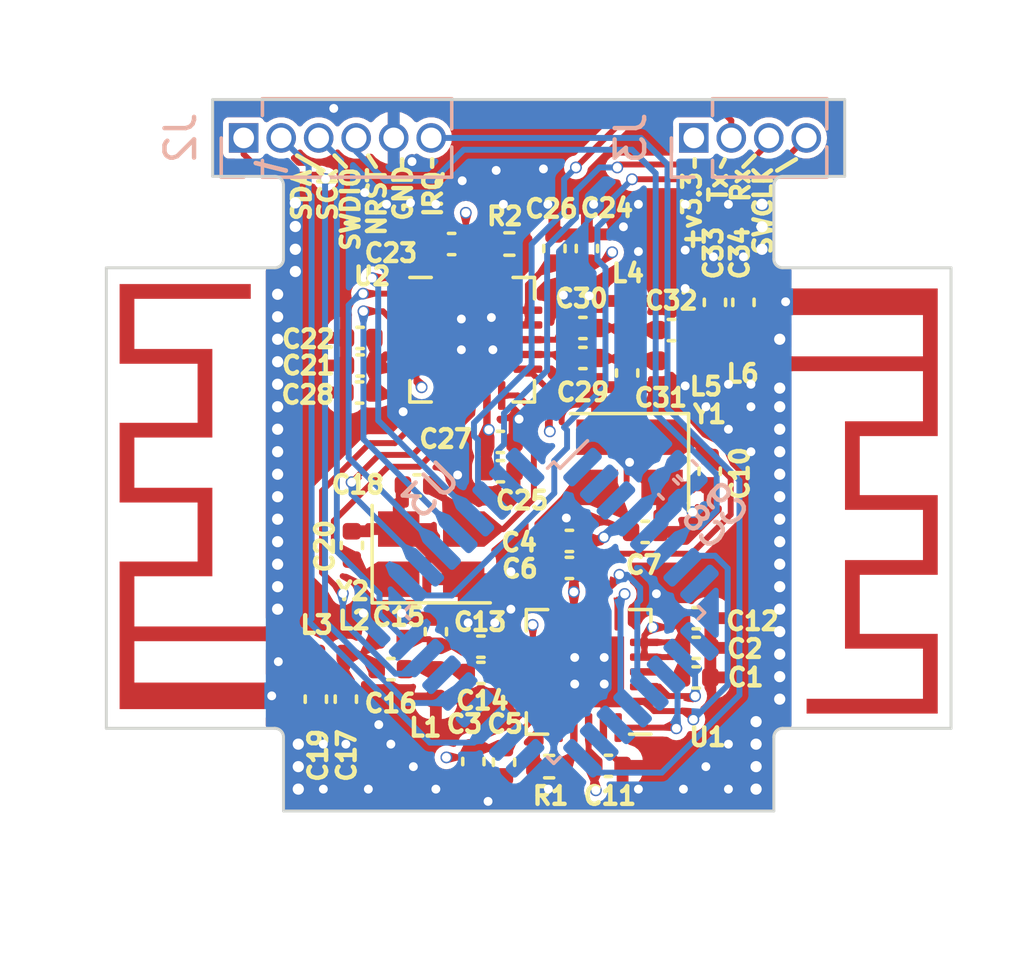
<source format=kicad_pcb>
(kicad_pcb (version 20221018) (generator pcbnew)
  (layers (0 "F.Cu" signal) (1 "In1.Cu" power) (2 "In2.Cu" mixed) (31 "B.Cu" signal) (34 "B.Paste" user) (35 "F.Paste" user) (36 "B.SilkS" user "B.Silkscreen") (37 "F.SilkS" user "F.Silkscreen") (38 "B.Mask" user) (39 "F.Mask" user) (44 "Edge.Cuts" user))
  (net 0 "")
  (net 1 "GND")
  (net 2 "Net-(AE1-A)")
  (net 3 "Net-(AE2-A)")
  (net 4 "Net-(C13-Pad1)")
  (net 5 "Net-(U1-XOSC_Q2)")
  (net 6 "Net-(C14-Pad1)")
  (net 7 "Net-(U1-XOSC_Q1)")
  (net 8 "Net-(C16-Pad2)")
  (net 9 "Net-(U1-RF_P)")
  (net 10 "Net-(U1-RF_N)")
  (net 11 "Net-(C29-Pad1)")
  (net 12 "Net-(U2-XOSC_Q2)")
  (net 13 "Net-(C30-Pad1)")
  (net 14 "Net-(U2-XOSC_Q1)")
  (net 15 "Net-(C32-Pad2)")
  (net 16 "SPI2_MOSI")
  (net 17 "SPI2_NSS")
  (net 18 "Net-(U2-RF_P)")
  (net 19 "VDD")
  (net 20 "NRST")
  (net 21 "SPI2_SCK")
  (net 22 "USART2_TX")
  (net 23 "USART2_RX")
  (net 24 "Net-(U2-RF_N)")
  (net 25 "SPI1_SCK")
  (net 26 "SPI1_MISO")
  (net 27 "SRR_IRQ")
  (net 28 "SPI1_NSS")
  (net 29 "I2C2_SCL")
  (net 30 "I2C2_SDA")
  (net 31 "SYS_SWDIO")
  (net 32 "Net-(U1-RBIAS)")
  (net 33 "SYS_SWCLK")
  (net 34 "SPI2_MISO")
  (net 35 "Net-(U2-RBIAS)")
  (net 37 "SPI1_MOSI")
  (net 38 "GD0_INT_2")
  (net 39 "GD0_INT_1")
  (footprint "Capacitor_SMD:C_0402_1005Metric" (layer "F.Cu") (at 123.4655 98.15 90)
    (fp_text reference "C5")
    (fp_text value "100nF")
  )
  (footprint "Capacitor_SMD:C_0402_1005Metric" (layer "F.Cu") (at 125.6792 91.567)
    (fp_text reference "C6")
    (fp_text value "100nF")
  )
  (footprint "Capacitor_SMD:C_0402_1005Metric" (layer "F.Cu") (at 128.2446 90.3478 180)
    (fp_text reference "C7")
    (fp_text value "15pF")
  )
  (footprint "Capacitor_SMD:C_0402_1005Metric" (layer "F.Cu") (at 129.1336 83.5098)
    (fp_text reference "C32")
    (fp_text value "1pF")
  )
  (footprint "Inductor_SMD:L_0402_1005Metric" (layer "F.Cu") (at 131.108 83.9978 180)
    (fp_text reference "L6")
    (fp_text value "1.2nH")
  )
  (footprint "Capacitor_SMD:C_0402_1005Metric" (layer "F.Cu") (at 127.635 84.963 90)
    (fp_text reference "C31")
    (fp_text value "1pF")
  )
  (footprint "Inductor_SMD:L_0402_1005Metric" (layer "F.Cu") (at 129.1336 84.5512 180)
    (fp_text reference "L5")
    (fp_text value "1.2nH")
  )
  (footprint "Capacitor_SMD:C_0402_1005Metric" (layer "F.Cu") (at 120.523 88.773)
    (fp_text reference "C18")
    (fp_text value "15pF")
  )
  (footprint "Capacitor_SMD:C_0402_1005Metric" (layer "F.Cu") (at 121.158 93.726 -90)
    (fp_text reference "C15")
    (fp_text value "1pF")
  )
  (footprint "RF_Antenna:Texas_SWRA117D_2.4GHz_Right" (layer "F.Cu") (at 133 84.65 -90)
    (fp_text reference "AE2" hide)
    (fp_text value "Antenna_Shield")
  )
  (footprint "Package_DFN_QFN:Texas_S-PVQFN-N20_EP2.4x2.4mm" (layer "F.Cu") (at 122.3868 83.8358)
    (fp_text reference "U2")
    (fp_text value "CC2500")
  )
  (footprint "Capacitor_SMD:C_0402_1005Metric" (layer "F.Cu") (at 130.6068 82.57 -90)
    (fp_text reference "C33")
    (fp_text value "1.8pF")
  )
  (footprint "Capacitor_SMD:C_0402_1005Metric" (layer "F.Cu") (at 129.9718 94.2754 180)
    (fp_text reference "C2")
    (fp_text value "47pF")
  )
  (footprint "Capacitor_SMD:C_0402_1005Metric" (layer "F.Cu") (at 118.575 85.625)
    (fp_text reference "C28")
    (fp_text value "220pF")
  )
  (footprint "Capacitor_SMD:C_0402_1005Metric" (layer "F.Cu") (at 122.682 95.123)
    (fp_text reference "C14")
    (fp_text value "100pF")
  )
  (footprint "Package_DFN_QFN:Texas_S-PVQFN-N20_EP2.4x2.4mm" (layer "F.Cu") (at 126.33 95.088 180)
    (fp_text reference "U1")
    (fp_text value "CC2500")
  )
  (footprint "Inductor_SMD:L_0402_1005Metric" (layer "F.Cu") (at 119.634 93.98)
    (fp_text reference "L2")
    (fp_text value "1.2nH")
  )
  (footprint "Capacitor_SMD:C_0402_1005Metric" (layer "F.Cu") (at 118.5926 84.709)
    (fp_text reference "C21")
    (fp_text value "0.1uF")
  )
  (footprint "Capacitor_SMD:C_0402_1005Metric" (layer "F.Cu") (at 126.2712 80.7466 -90)
    (fp_text reference "C24")
    (fp_text value "220pF")
  )
  (footprint "Capacitor_SMD:C_0402_1005Metric" (layer "F.Cu") (at 123.3424 88.2904 180)
    (fp_text reference "C25")
    (fp_text value "220pF")
  )
  (footprint "Capacitor_SMD:C_0402_1005Metric" (layer "F.Cu") (at 118.3132 90.805 -90)
    (fp_text reference "C20")
    (fp_text value "15pF")
  )
  (footprint "Capacitor_SMD:C_0402_1005Metric" (layer "F.Cu") (at 117.094 96.012 90)
    (fp_text reference "C19")
    (fp_text value "1.5pF")
  )
  (footprint "Capacitor_SMD:C_0402_1005Metric" (layer "F.Cu") (at 129.9718 95.2754 180)
    (fp_text reference "C1")
    (fp_text value "100nF")
  )
  (footprint "Capacitor_SMD:C_0402_1005Metric" (layer "F.Cu") (at 129.9718 93.2688 180)
    (fp_text reference "C12")
    (fp_text value "220pF")
  )
  (footprint "Capacitor_SMD:C_0402_1005Metric" (layer "F.Cu") (at 127 98.2726 180)
    (fp_text reference "C11")
    (fp_text value "220pF")
  )
  (footprint "Capacitor_SMD:C_0402_1005Metric" (layer "F.Cu") (at 123.3424 87.2998 180)
    (fp_text reference "C27")
    (fp_text value "0.1uF")
  )
  (footprint "Capacitor_SMD:C_0402_1005Metric" (layer "F.Cu") (at 122.428 98.125 90)
    (fp_text reference "C3")
    (fp_text value "220pF")
  )
  (footprint "Capacitor_SMD:C_0402_1005Metric" (layer "F.Cu") (at 130.429 88.2904 90)
    (fp_text reference "C10")
    (fp_text value "15pF")
  )
  (footprint "Capacitor_SMD:C_0402_1005Metric" (layer "F.Cu") (at 126.1364 84.455 180)
    (fp_text reference "C29")
    (fp_text value "100pF")
  )
  (footprint "Capacitor_SMD:C_0402_1005Metric" (layer "F.Cu") (at 125.6792 90.6526)
    (fp_text reference "C4")
    (fp_text value "220pF")
  )
  (footprint "Capacitor_SMD:C_0402_1005Metric" (layer "F.Cu") (at 119.634 94.996 180)
    (fp_text reference "C16")
    (fp_text value "1pF")
  )
  (footprint "Inductor_SMD:L_0402_1005Metric" (layer "F.Cu") (at 127.635 83.0072 90)
    (fp_text reference "L4")
    (fp_text value "1.2nH")
  )
  (footprint "Capacitor_SMD:C_0402_1005Metric" (layer "F.Cu") (at 126.1364 83.439 180)
    (fp_text reference "C30")
    (fp_text value "100pF")
  )
  (footprint "Capacitor_SMD:C_0402_1005Metric" (layer "F.Cu") (at 122.682 94.234)
    (fp_text reference "C13")
    (fp_text value "100pF")
  )
  (footprint "Crystal:Crystal_SMD_3225-4Pin_3.2x2.5mm" (layer "F.Cu") (at 127.71625 87.988154 180)
    (fp_text reference "Y1")
    (fp_text value "Crystal_GND24 Cload=10pF 26MHz")
  )
  (footprint "Capacitor_SMD:C_0402_1005Metric" (layer "F.Cu") (at 121.6914 80.5942)
    (fp_text reference "C23")
    (fp_text value "220pF")
  )
  (footprint "Resistor_SMD:R_0402_1005Metric" (layer "F.Cu") (at 123.6472 80.5942)
    (fp_text reference "R2")
    (fp_text value "56K 1%")
  )
  (footprint "Crystal:Crystal_SMD_3225-4Pin_3.2x2.5mm" (layer "F.Cu") (at 121 91.1)
    (fp_text reference "Y2")
    (fp_text value "Crystal_GND24 Cload=10pF 26MHz")
  )
  (footprint "Capacitor_SMD:C_0402_1005Metric" (layer "F.Cu") (at 125.1712 80.7466 -90)
    (fp_text reference "C26")
    (fp_text value "0.1uF")
  )
  (footprint "RF_Antenna:Texas_SWRA117D_2.4GHz_Right" (layer "F.Cu") (at 115.6 93.8 90)
    (fp_text reference "AE1" hide)
    (fp_text value "Antenna_Shield")
  )
  (footprint "Inductor_SMD:L_0402_1005Metric" (layer "F.Cu") (at 121.158 95.504 -90)
    (fp_text reference "L1")
    (fp_text value "1.2nH")
  )
  (footprint "Capacitor_SMD:C_0402_1005Metric" (layer "F.Cu") (at 118.11 96.012 90)
    (fp_text reference "C17")
    (fp_text value "1.8pF")
  )
  (footprint "Inductor_SMD:L_0402_1005Metric" (layer "F.Cu") (at 117.602 94.488)
    (fp_text reference "L3")
    (fp_text value "1.2nH")
  )
  (footprint "Capacitor_SMD:C_0402_1005Metric" (layer "F.Cu") (at 131.572 82.57 -90)
    (fp_text reference "C34")
    (fp_text value "1.5pF")
  )
  (footprint "Capacitor_SMD:C_0402_1005Metric" (layer "F.Cu") (at 118.5926 83.775)
    (fp_text reference "C22")
    (fp_text value "47pF")
  )
  (footprint "Resistor_SMD:R_0402_1005Metric" (layer "F.Cu") (at 124.9934 98.298 180)
    (fp_text reference "R1")
    (fp_text value "56K 1%")
  )
  (footprint "Capacitor_SMD:C_0402_1005Metric" (layer "B.Cu") (at 129.667 88.265 135)
    (fp_text reference "C9")
    (fp_text value "4.7nF")
  )
  (footprint "Connector_PinSocket_1.27mm:PinSocket_1x04_P1.27mm_Vertical" (layer "B.Cu") (at 129.89 77 -90)
    (fp_text reference "J3")
    (fp_text value "Conn_01x04")
  )
  (footprint "Package_QFP:LQFP-32_7x7mm_P0.8mm" (layer "B.Cu") (at 125.150357 93.081699 -135)
    (fp_text reference "U3")
    (fp_text value "STM32G071KxT")
  )
  (footprint "Capacitor_SMD:C_0402_1005Metric" (layer "B.Cu") (at 129.032 88.9 135)
    (fp_text reference "C8")
    (fp_text value "100nF")
  )
  (footprint "Connector_PinSocket_1.27mm:PinSocket_1x06_P1.27mm_Vertical" (layer "B.Cu") (at 114.65 77 -90)
    (fp_text reference "J2")
    (fp_text value "Conn_01x06")
  )
  (gr_line (start 116.078 78.105) (end 115.062 77.851) (stroke (width 0.15)) (layer "B.SilkS"))
  (gr_line (start 115.062 77.851) (end 116.078 78.105) (stroke (width 0.15)) (layer "F.SilkS"))
  (gr_line (start 130.937 77.724) (end 130.81 77.978) (stroke (width 0.15)) (layer "F.SilkS"))
  (gr_line (start 116.459 77.597) (end 117.348 78.105) (stroke (width 0.15)) (layer "F.SilkS"))
  (gr_line (start 129.921 77.724) (end 129.921 77.978) (stroke (width 0.15)) (layer "F.SilkS"))
  (gr_line (start 118.872 77.597) (end 119.126 77.978) (stroke (width 0.15)) (layer "F.SilkS"))
  (gr_line (start 117.729 77.597) (end 118.11 77.978) (stroke (width 0.15)) (layer "F.SilkS"))
  (gr_line (start 120.015 77.724) (end 120.015 77.978) (stroke (width 0.15)) (layer "F.SilkS"))
  (gr_line (start 121.031 77.724) (end 121.031 77.978) (stroke (width 0.15)) (layer "F.SilkS"))
  (gr_line (start 131.953 77.597) (end 131.572 77.978) (stroke (width 0.15)) (layer "F.SilkS"))
  (gr_line (start 133.35 77.724) (end 132.715 78.105) (stroke (width 0.15)) (layer "F.SilkS"))
  (gr_line (start 132.6 99.8) (end 132.6 97.3) (stroke (width 0.1)) (layer "Edge.Cuts"))
  (gr_line (start 138.6 81.4) (end 132.9 81.4) (stroke (width 0.1)) (layer "Edge.Cuts"))
  (gr_line (start 116 99.8) (end 132.6 99.8) (stroke (width 0.1)) (layer "Edge.Cuts"))
  (gr_arc (start 132.6 78.6) (mid 132.687868 78.387868) (end 132.9 78.3) (stroke (width 0.1)) (layer "Edge.Cuts"))
  (gr_line (start 132.9 97) (end 138.6 97) (stroke (width 0.1)) (layer "Edge.Cuts"))
  (gr_line (start 138.6 97) (end 138.6 81.4) (stroke (width 0.1)) (layer "Edge.Cuts"))
  (gr_line (start 132.6 81.1) (end 132.6 78.6) (stroke (width 0.1)) (layer "Edge.Cuts"))
  (gr_arc (start 115.7 78.3) (mid 115.912132 78.387868) (end 116 78.6) (stroke (width 0.1)) (layer "Edge.Cuts"))
  (gr_line (start 110 97) (end 115.7 97) (stroke (width 0.1)) (layer "Edge.Cuts"))
  (gr_line (start 132.9 78.3) (end 135 78.3) (stroke (width 0.1)) (layer "Edge.Cuts"))
  (gr_arc (start 115.7 97) (mid 115.912132 97.087868) (end 116 97.3) (stroke (width 0.1)) (layer "Edge.Cuts"))
  (gr_line (start 135 75.7) (end 113.6 75.7) (stroke (width 0.1)) (layer "Edge.Cuts"))
  (gr_arc (start 132.6 97.3) (mid 132.687868 97.087868) (end 132.9 97) (stroke (width 0.1)) (layer "Edge.Cuts"))
  (gr_line (start 135 78.3) (end 135 75.7) (stroke (width 0.1)) (layer "Edge.Cuts"))
  (gr_line (start 116 78.6) (end 116 81.1) (stroke (width 0.1)) (layer "Edge.Cuts"))
  (gr_line (start 115.7 78.3) (end 113.6 78.3) (stroke (width 0.1)) (layer "Edge.Cuts"))
  (gr_arc (start 116 81.1) (mid 115.912132 81.312132) (end 115.7 81.4) (stroke (width 0.1)) (layer "Edge.Cuts"))
  (gr_arc (start 132.9 81.4) (mid 132.687868 81.312132) (end 132.6 81.1) (stroke (width 0.1)) (layer "Edge.Cuts"))
  (gr_line (start 116 97.3) (end 116 99.8) (stroke (width 0.1)) (layer "Edge.Cuts"))
  (gr_line (start 110 81.4) (end 110 97) (stroke (width 0.1)) (layer "Edge.Cuts"))
  (gr_line (start 113.6 78.3) (end 113.6 75.7) (stroke (width 0.1)) (layer "Edge.Cuts"))
  (gr_line (start 115.7 81.4) (end 110 81.4) (stroke (width 0.1)) (layer "Edge.Cuts"))
  (gr_text "Rx" (at 131.826 79.248 90) (layer "F.SilkS") (effects (font (size 0.6 0.6) (thickness 0.15) bold) (justify left bottom)))
  (gr_text "Tx" (at 131.064 79.248 90) (layer "F.SilkS") (effects (font (size 0.6 0.6) (thickness 0.15) bold) (justify left bottom)))
  (gr_text "SWCLK" (at 132.588 81.026 90) (layer "F.SilkS") (effects (font (size 0.6 0.6) (thickness 0.15) bold) (justify left bottom)))
  (gr_text "GND" (at 120.396 79.883 90) (layer "F.SilkS") (effects (font (size 0.6 0.6) (thickness 0.15) bold) (justify left bottom)))
  (gr_text "+v3.3" (at 130.175 80.899 90) (layer "F.SilkS") (effects (font (size 0.6 0.6) (thickness 0.15) bold) (justify left bottom)))
  (gr_text "NRST" (at 119.507 80.391 90) (layer "F.SilkS") (effects (font (size 0.6 0.6) (thickness 0.15) bold) (justify left bottom)))
  (gr_text "IRQ" (at 121.412 79.756 90) (layer "F.SilkS") (effects (font (size 0.6 0.6) (thickness 0.15) bold) (justify left bottom)))
  (gr_text "SDA" (at 116.967 79.883 90) (layer "F.SilkS") (effects (font (size 0.6 0.6) (thickness 0.15) bold) (justify left bottom)))
  (gr_text "SCK" (at 117.856 79.883 90) (layer "F.SilkS") (effects (font (size 0.6 0.6) (thickness 0.15) bold) (justify left bottom)))
  (gr_text "SWDIO" (at 118.618 80.899 90) (layer "F.SilkS") (effects (font (size 0.6 0.6) (thickness 0.15) bold) (justify left bottom)))
  (segment (start 119.9 88.916) (end 120.043 88.773) (width 0.2) (layer "F.Cu") (net 1))
  (segment (start 123.3868 81.3646) (end 124.1572 80.5942) (width 0.2) (layer "F.Cu") (net 1))
  (segment (start 128.81625 90.25615) (end 128.7246 90.3478) (width 0.25) (layer "F.Cu") (net 1))
  (segment (start 125.1992 90.2508) (end 125.1992 90.6526) (width 0.2) (layer "F.Cu") (net 1))
  (segment (start 128.81625 88.838154) (end 128.81625 90.25615) (width 0.25) (layer "F.Cu") (net 1))
  (segment (start 121.8868 81.2696) (end 121.2114 80.5942) (width 0.2) (layer "F.Cu") (net 1))
  (segment (start 120.15 90.25) (end 119.9 90.25) (width 0.25) (layer "F.Cu") (net 1))
  (segment (start 128.41625 88.71625) (end 128.41625 88.838154) (width 0.4) (layer "F.Cu") (net 1))
  (segment (start 123.8224 87.2998) (end 123.8224 88.2904) (width 0.2) (layer "F.Cu") (net 1))
  (segment (start 126.61625 87.138154) (end 126.71625 87.138154) (width 0.25) (layer "F.Cu") (net 1))
  (segment (start 126.71625 87.138154) (end 126.838154 87.138154) (width 0.4) (layer "F.Cu") (net 1))
  (segment (start 128.41625 88.838154) (end 128.81625 88.838154) (width 0.25) (layer "F.Cu") (net 1))
  (segment (start 123.8224 86.677602) (end 123.975002 86.525) (width 0.2) (layer "F.Cu") (net 1))
  (segment (start 121.8868 81.9483) (end 121.8868 81.2696) (width 0.2) (layer "F.Cu") (net 1))
  (segment (start 126.83 97.6226) (end 126.83 96.9755) (width 0.2) (layer "F.Cu") (net 1))
  (segment (start 119.825 90.325) (end 119.9 90.25) (width 0.2) (layer "F.Cu") (net 1))
  (segment (start 127.48 98.2726) (end 126.83 97.6226) (width 0.2) (layer "F.Cu") (net 1))
  (segment (start 122.3776 88.9004) (end 121.8946 88.4174) (width 0.2) (layer "F.Cu") (net 1))
  (segment (start 123.4405 98.605) (end 123.4655 98.63) (width 0.2) (layer "F.Cu") (net 1))
  (segment (start 123.8224 87.2998) (end 123.8224 86.677602) (width 0.2) (layer "F.Cu") (net 1))
  (segment (start 121.85 91.95) (end 120.15 90.25) (width 0.4) (layer "F.Cu") (net 1))
  (segment (start 118.3132 90.325) (end 119.825 90.325) (width 0.2) (layer "F.Cu") (net 1))
  (segment (start 125.1992 91.567) (end 125.1992 90.6526) (width 0.2) (layer "F.Cu") (net 1))
  (segment (start 123.3868 81.9483) (end 123.3868 82.8358) (width 0.25) (layer "F.Cu") (net 1))
  (segment (start 119.9 90.25) (end 119.9 88.916) (width 0.2) (layer "F.Cu") (net 1))
  (segment (start 125.575 89.875) (end 125.1992 90.2508) (width 0.2) (layer "F.Cu") (net 1))
  (segment (start 125.33 96.9755) (end 125.33 96.028596) (width 0.2) (layer "F.Cu") (net 1))
  (segment (start 123.2124 88.9004) (end 122.3776 88.9004) (width 0.2) (layer "F.Cu") (net 1))
  (segment (start 123.8224 88.2904) (end 123.2124 88.9004) (width 0.2) (layer "F.Cu") (net 1))
  (segment (start 122.1 91.95) (end 121.85 91.95) (width 0.25) (layer "F.Cu") (net 1))
  (segment (start 126.83 95.528596) (end 126.85875 95.499846) (width 0.2) (layer "F.Cu") (net 1))
  (segment (start 123.3868 81.9483) (end 123.3868 81.3646) (width 0.2) (layer "F.Cu") (net 1))
  (segment (start 125.33 96.028596) (end 125.85875 95.499846) (width 0.2) (layer "F.Cu") (net 1))
  (segment (start 122.428 98.605) (end 123.4405 98.605) (width 0.2) (layer "F.Cu") (net 1))
  (segment (start 126.83 96.9755) (end 126.83 95.528596) (width 0.2) (layer "F.Cu") (net 1))
  (segment (start 126.838154 87.138154) (end 128.41625 88.71625) (width 0.4) (layer "F.Cu") (net 1))
  (via (at 115.8 83.82) (size 0.5) (drill 0.38) (layers "F.Cu" "B.Cu") (net 1))
  (via (at 132.2 80.772) (size 0.5) (drill 0.38) (layers "F.Cu" "B.Cu") (net 1))
  (via (at 129.6 85.4) (size 0.5) (drill 0.3) (layers "F.Cu" "B.Cu") (net 1))
  (via (at 122.0216 83.1342) (size 0.5) (drill 0.3) (layers "F.Cu" "B.Cu") (net 1))
  (via (at 122.25 93.425) (size 0.5) (drill 0.3) (layers "F.Cu" "B.Cu") (net 1))
  (via (at 129.54 99.06) (size 0.5) (drill 0.3) (layers "F.Cu" "B.Cu") (net 1))
  (via (at 132 98.298) (size 0.5) (drill 0.38) (layers "F.Cu" "B.Cu") (net 1))
  (via (at 125.85875 95.499846) (size 0.5) (drill 0.3) (layers "F.Cu" "B.Cu") (net 1))
  (via (at 115.8 88.392) (size 0.5) (drill 0.38) (layers "F.Cu" "B.Cu") (net 1))
  (via (at 131.572 81.026) (size 0.5) (drill 0.3) (layers "F.Cu" "B.Cu") (net 1))
  (via (at 132.2 79.248) (size 0.5) (drill 0.38) (layers "F.Cu" "B.Cu") (net 1))
  (via (at 115.8 87.63) (size 0.5) (drill 0.38) (layers "F.Cu" "B.Cu") (net 1))
  (via (at 120.396 98.298) (size 0.5) (drill 0.3) (layers "F.Cu" "B.Cu") (net 1))
  (via (at 129.6 80.8) (size 0.5) (drill 0.3) (layers "F.Cu" "B.Cu") (net 1))
  (via (at 121.158 99.06) (size 0.5) (drill 0.3) (layers "F.Cu" "B.Cu") (net 1))
  (via (at 115.8 84.582) (size 0.5) (drill 0.38) (layers "F.Cu" "B.Cu") (net 1))
  (via (at 132.8 86.106) (size 0.5) (drill 0.38) (layers "F.Cu" "B.Cu") (net 1))
  (via (at 115.8 83.058) (size 0.5) (drill 0.38) (layers "F.Cu" "B.Cu") (net 1))
  (via (at 121.8946 88.4174) (size 0.4) (drill 0.3) (layers "F.Cu" "B.Cu") (net 1))
  (via (at 132.8 88.392) (size 0.5) (drill 0.38) (layers "F.Cu" "B.Cu") (net 1))
  (via (at 128.625 92.44201) (size 0.5) (drill 0.3) (layers "F.Cu" "B.Cu") (net 1))
  (via (at 124.968 99.06) (size 0.5) (drill 0.3) (layers "F.Cu" "B.Cu") (net 1))
  (via (at 116.5 97.536) (size 0.5) (drill 0.38) (layers "F.Cu" "B.Cu") (net 1))
  (via (at 116.4 80.772) (size 0.5) (drill 0.38) (layers "F.Cu" "B.Cu") (net 1))
  (via (at 115.8 85.344) (size 0.5) (drill 0.38) (layers "F.Cu" "B.Cu") (net 1))
  (via (at 118.75 78.85) (size 0.5) (drill 0.3) (layers "F.Cu" "B.Cu") (net 1))
  (via (at 115.8 89.916) (size 0.5) (drill 0.38) (layers "F.Cu" "B.Cu") (net 1))
  (via (at 131.826 86.106) (size 0.5) (drill 0.3) (layers "F.Cu" "B.Cu") (net 1))
  (via (at 120.35 77.8) (size 0.5) (drill 0.3) (layers "F.Cu" "B.Cu") (net 1))
  (via (at 115.8 92.964) (size 0.5) (drill 0.38) (layers "F.Cu" "B.Cu") (net 1))
  (via (at 123.0884 84.1756) (size 0.5) (drill 0.3) (layers "F.Cu" "B.Cu") (net 1))
  (via (at 131.064 85.344) (size 0.5) (drill 0.3) (layers "F.Cu" "B.Cu") (net 1))
  (via (at 118.7 93.1) (size 0.5) (drill 0.3) (layers "F.Cu" "B.Cu") (net 1))
  (via (at 130.556 81.026) (size 0.5) (drill 0.3) (layers "F.Cu" "B.Cu") (net 1))
  (via (at 132.8 95.25) (size 0.5) (drill 0.38) (layers "F.Cu" "B.Cu") (net 1))
  (via (at 117.7 76) (size 0.5) (drill 0.3) (layers "F.Cu" "B.Cu") (net 1))
  (via (at 130.302 86.106) (size 0.5) (drill 0.3) (layers "F.Cu" "B.Cu") (net 1))
  (via (at 132 97.536) (size 0.5) (drill 0.38) (layers "F.Cu" "B.Cu") (net 1))
  (via (at 116.4 80) (size 0.5) (drill 0.38) (layers "F.Cu" "B.Cu") (net 1))
  (via (at 115.8 86.106) (size 0.5) (drill 0.38) (layers "F.Cu" "B.Cu") (net 1))
  (via (at 123.698 92.964) (size 0.5) (drill 0.3) (layers "F.Cu" "B.Cu") (net 1))
  (via (at 123.15 93.425) (size 0.5) (drill 0.3) (layers "F.Cu" "B.Cu") (net 1))
  (via (at 132.8 87.63) (size 0.5) (drill 0.38) (layers "F.Cu" "B.Cu") (net 1))
  (via (at 126.85875 95.499846) (size 0.5) (drill 0.3) (layers "F.Cu" "B.Cu") (net 1))
  (via (at 127.71625 87.988154) (size 0.4) (drill 0.3) (layers "F.Cu" "B.Cu") (net 1))
  (via (at 123.698 91.694) (size 0.5) (drill 0.3) (layers "F.Cu" "B.Cu") (net 1))
  (via (at 132.8 89.154) (size 0.5) (drill 0.38) (layers "F.Cu" "B.Cu") (net 1))
  (via (at 115.824 94.742) (size 0.5) (drill 0.3) (layers "F.Cu" "B.Cu") (net 1))
  (via (at 129.6 79.248) (size 0.5) (drill 0.3) (layers "F.Cu" "B.Cu") (net 1))
  (via (at 131.826 85.344) (size 0.5) (drill 0.3) (layers "F.Cu" "B.Cu") (net 1))
  (via (at 118.872 99.06) (size 0.5) (drill 0.3) (layers "F.Cu" "B.Cu") (net 1))
  (via (at 132.8 89.916) (size 0.5) (drill 0.38) (layers "F.Cu" "B.Cu") (net 1))
  (via (at 116.5 99.06) (size 0.5) (drill 0.38) (layers "F.Cu" "B.Cu") (net 1))
  (via (at 117.348 99.06) (size 0.5) (drill 0.3) (layers "F.Cu" "B.Cu") (net 1))
  (via (at 131.064 99.06) (size 0.5) (drill 0.3) (layers "F.Cu" "B.Cu") (net 1))
  (via (at 129.6 82.1) (size 0.5) (drill 0.3) (layers "F.Cu" "B.Cu") (net 1))
  (via (at 115.8 89.154) (size 0.5) (drill 0.38) (layers "F.Cu" "B.Cu") (net 1))
  (via (at 116.4 81.525) (size 0.5) (drill 0.38) (layers "F.Cu" "B.Cu") (net 1))
  (via (at 126.35 82.35) (size 0.5) (drill 0.3) (layers "F.Cu" "B.Cu") (net 1))
  (via (at 131.064 97.536) (size 0.5) (drill 0.3) (layers "F.Cu" "B.Cu") (net 1))
  (via (at 119.488381 79.248) (size 0.5) (drill 0.3) (layers "F.Cu" "B.Cu") (net 1))
  (via (at 126.5 79.248) (size 0.5) (drill 0.3) (layers "F.Cu" "B.Cu") (net 1))
  (via (at 116.5 98.298) (size 0.5) (drill 0.38) (layers "F.Cu" "B.Cu") (net 1))
  (via (at 120 93.1) (size 0.5) (drill 0.3) (layers "F.Cu" "B.Cu") (net 1))
  (via (at 132.8 90.678) (size 0.5) (drill 0.38) (layers "F.Cu" "B.Cu") (net 1))
  (via (at 118.11 97.536) (size 0.5) (drill 0.3) (layers "F.Cu" "B.Cu") (net 1))
  (via (at 121.158 79.248) (size 0.5) (drill 0.3) (layers "F.Cu" "B.Cu") (net 1))
  (via (at 124.95 79.248) (size 0.5) (drill 0.3) (layers "F.Cu" "B.Cu") (net 1))
  (via (at 131.064 86.868) (size 0.5) (drill 0.3) (layers "F.Cu" "B.Cu") (net 1))
  (via (at 115.8 91.44) (size 0.5) (drill 0.38) (layers "F.Cu" "B.Cu") (net 1))
  (via (at 124.8 78.05) (size 0.5) (drill 0.3) (layers "F.Cu" "B.Cu") (net 1))
  (via (at 115.8 86.868) (size 0.5) (drill 0.38) (layers "F.Cu" "B.Cu") (net 1))
  (via (at 132.8 85.475) (size 0.5) (drill 0.38) (layers "F.Cu" "B.Cu") (net 1))
  (via (at 132.8 86.868) (size 0.5) (drill 0.38) (layers "F.Cu" "B.Cu") (net 1))
  (via (at 132.2 80.01) (size 0.5) (drill 0.38) (layers "F.Cu" "B.Cu") (net 1))
  (via (at 132.8 94.488) (size 0.5) (drill 0.38) (layers "F.Cu" "B.Cu") (net 1))
  (via (at 132 99.06) (size 0.5) (drill 0.38) (layers "F.Cu" "B.Cu") (net 1))
  (via (at 123.975002 86.525) (size 0.4) (drill 0.3) (layers "F.Cu" "B.Cu") (net 1))
  (via (at 119.634 97.536) (size 0.5) (drill 0.3) (layers "F.Cu" "B.Cu") (net 1))
  (via (at 132 96.774) (size 0.5) (drill 0.38) (layers "F.Cu" "B.Cu") (net 1))
  (via (at 122.05 78.45) (size 0.5) (drill 0.3) (layers "F.Cu" "B.Cu") (net 1))
  (via (at 131.826 87.63) (size 0.5) (drill 0.3) (layers "F.Cu" "B.Cu") (net 1))
  (via (at 123.0376 83.0834) (size 0.5) (drill 0.3) (layers "F.Cu" "B.Cu") (net 1))
  (via (at 115.8 90.678) (size 0.5) (drill 0.38) (layers "F.Cu" "B.Cu") (net 1))
  (via (at 122.925 99.475) (size 0.5) (drill 0.3) (layers "F.Cu" "B.Cu") (net 1))
  (via (at 125.575 89.875) (size 0.4) (drill 0.3) (layers "F.Cu" "B.Cu") (net 1))
  (via (at 120.3 79.2) (size 0.5) (drill 0.3) (layers "F.Cu" "B.Cu") (net 1))
  (via (at 132.8 92.202) (size 0.5) (drill 0.38) (layers "F.Cu" "B.Cu") (net 1))
  (via (at 125.85875 94.599846) (size 0.5) (drill 0.3) (layers "F.Cu" "B.Cu") (net 1))
  (via (at 119.225 96.875) (size 0.5) (drill 0.3) (layers "F.Cu" "B.Cu") (net 1))
  (via (at 128.016 80.8482) (size 0.5) (drill 0.3) (layers "F.Cu" "B.Cu") (net 1))
  (via (at 130.3 98.298) (size 0.5) (drill 0.3) (layers "F.Cu" "B.Cu") (net 1))
  (via (at 123.2 78.1) (size 0.5) (drill 0.3) (layers "F.Cu" "B.Cu") (net 1))
  (via (at 120.05 86.275) (size 0.5) (drill 0.3) (layers "F.Cu" "B.Cu") (net 1))
  (via (at 127.508 80.01) (size 0.5) (drill 0.3) (layers "F.Cu" "B.Cu") (net 1))
  (via (at 129.85 89.675) (size 0.4) (drill 0.3) (layers "F.Cu" "B.Cu") (net 1))
  (via (at 132.8 93.726) (size 0.5) (drill 0.38) (layers "F.Cu" "B.Cu") (net 1))
  (via (at 123.444 79.248) (size 0.5) (drill 0.3) (layers "F.Cu" "B.Cu") (net 1))
  (via (at 125.475 82.325) (size 0.5) (drill 0.3) (layers "F.Cu" "B.Cu") (net 1))
  (via (at 122.0216 84.1756) (size 0.5) (drill 0.3) (layers "F.Cu" "B.Cu") (net 1))
  (via (at 126.85875 94.599846) (size 0.5) (drill 0.3) (layers "F.Cu" "B.Cu") (net 1))
  (via (at 132.8 83.82) (size 0.5) (drill 0.38) (layers "F.Cu" "B.Cu") (net 1))
  (via (at 131.064 79.248) (size 0.5) (drill 0.3) (layers "F.Cu" "B.Cu") (net 1))
  (via (at 132.8 96.012) (size 0.5) (drill 0.38) (layers "F.Cu" "B.Cu") (net 1))
  (via (at 115.8 82.296) (size 0.5) (drill 0.38) (layers "F.Cu" "B.Cu") (net 1))
  (via (at 128.016 79.248) (size 0.5) (drill 0.3) (layers "F.Cu" "B.Cu") (net 1))
  (via (at 128.016 99.06) (size 0.5) (drill 0.3) (layers "F.Cu" "B.Cu") (net 1))
  (via (at 117.348 97.536) (size 0.5) (drill 0.3) (layers "F.Cu" "B.Cu") (net 1))
  (via (at 115.8 92.202) (size 0.5) (drill 0.38) (layers "F.Cu" "B.Cu") (net 1))
  (via (at 132.8 91.44) (size 0.5) (drill 0.38) (layers "F.Cu" "B.Cu") (net 1))
  (via (at 116.4 79.2) (size 0.5) (drill 0.38) (layers "F.Cu" "B.Cu") (net 1))
  (via (at 132.8 92.964) (size 0.5) (drill 0.38) (layers "F.Cu" "B.Cu") (net 1))
  (segment (start 129.371411 89.426331) (end 128.385371 90.412371) (width 0.2) (layer "B.Cu") (net 1))
  (segment (start 129.371411 89.239411) (end 129.371411 89.426331) (width 0.2) (layer "B.Cu") (net 1))
  (segment (start 130.006411 88.604411) (end 129.371411 89.239411) (width 0.2) (layer "B.Cu") (net 1))
  (segment (start 129.371411 89.239411) (end 129.807 89.675) (width 0.2) (layer "B.Cu") (net 1))
  (segment (start 129.807 89.675) (end 129.85 89.675) (width 0.2) (layer "B.Cu") (net 1))
  (segment (start 117.117 94.488) (end 117.117 95.509) (width 0.2) (layer "F.Cu") (net 2))
  (segment (start 117.088 94.488) (end 116.692893 94.092893) (width 0.35) (layer "F.Cu") (net 2))
  (segment (start 117.117 95.509) (end 117.094 95.532) (width 0.2) (layer "F.Cu") (net 2))
  (segment (start 115.985786 93.8) (end 115.6 93.8) (width 0.35) (layer "F.Cu") (net 2))
  (segment (start 117.117 94.488) (end 117.094 94.488) (width 0.2) (layer "F.Cu") (net 2))
  (segment (start 117.117 94.488) (end 117.088 94.488) (width 0.37) (layer "F.Cu") (net 2))
  (arc (start 115.985786 93.8) (mid 116.368469 93.87612) (end 116.692893 94.092893) (width 0.35) (layer "F.Cu") (net 2))
  (segment (start 131.572 83.9768) (end 131.593 83.9978) (width 0.2) (layer "F.Cu") (net 3))
  (segment (start 131.572 83.05) (end 131.572 83.9768) (width 0.2) (layer "F.Cu") (net 3))
  (segment (start 131.593 83.9978) (end 131.5974 83.9978) (width 0.2) (layer "F.Cu") (net 3))
  (segment (start 131.5978 83.9978) (end 131.957107 84.357107) (width 0.35) (layer "F.Cu") (net 3))
  (segment (start 132.664214 84.65) (end 133 84.65) (width 0.35) (layer "F.Cu") (net 3))
  (segment (start 131.593 83.9978) (end 131.5978 83.9978) (width 0.37) (layer "F.Cu") (net 3))
  (arc (start 131.957107 84.357107) (mid 132.28153 84.57388) (end 132.664214 84.65) (width 0.35) (layer "F.Cu") (net 3))
  (segment (start 121.158 94.206) (end 122.174 94.206) (width 0.2) (layer "F.Cu") (net 4))
  (segment (start 122.174 94.206) (end 122.202 94.234) (width 0.2) (layer "F.Cu") (net 4))
  (segment (start 120.932 93.98) (end 121.158 94.206) (width 0.2) (layer "F.Cu") (net 4))
  (segment (start 120.119 93.98) (end 120.932 93.98) (width 0.2) (layer "F.Cu") (net 4))
  (segment (start 125.831294 88.838154) (end 124.596 90.073448) (width 0.2) (layer "F.Cu") (net 5))
  (segment (start 127.7646 90.3478) (end 127.7646 89.986504) (width 0.2) (layer "F.Cu") (net 5))
  (segment (start 126.61625 88.838154) (end 125.831294 88.838154) (width 0.2) (layer "F.Cu") (net 5))
  (segment (start 124.596 92.4665) (end 125.33 93.2005) (width 0.2) (layer "F.Cu") (net 5))
  (segment (start 127.7646 89.986504) (end 126.61625 88.838154) (width 0.2) (layer "F.Cu") (net 5))
  (segment (start 124.596 90.073448) (end 124.596 92.4665) (width 0.2) (layer "F.Cu") (net 5))
  (segment (start 121.158 95.019) (end 121.971 95.019) (width 0.2) (layer "F.Cu") (net 6))
  (segment (start 120.114 94.996) (end 121.135 94.996) (width 0.2) (layer "F.Cu") (net 6))
  (segment (start 121.135 94.996) (end 121.158 95.019) (width 0.2) (layer "F.Cu") (net 6))
  (segment (start 121.971 95.019) (end 122.202 95.25) (width 0.2) (layer "F.Cu") (net 6))
  (segment (start 128.81625 87.138154) (end 129.756754 87.138154) (width 0.2) (layer "F.Cu") (net 7))
  (segment (start 131.1402 89.7598) (end 129.8156 91.0844) (width 0.2) (layer "F.Cu") (net 7))
  (segment (start 127.381 91.0844) (end 126.7392 91.7262) (width 0.2) (layer "F.Cu") (net 7))
  (segment (start 130.429 87.8104) (end 131.1402 88.5216) (width 0.2) (layer "F.Cu") (net 7))
  (segment (start 126.7392 91.919254) (end 126.33 92.328454) (width 0.2) (layer "F.Cu") (net 7))
  (segment (start 131.1402 88.5216) (end 131.1402 89.7598) (width 0.2) (layer "F.Cu") (net 7))
  (segment (start 126.7392 91.7262) (end 126.7392 91.919254) (width 0.2) (layer "F.Cu") (net 7))
  (segment (start 129.756754 87.138154) (end 130.429 87.8104) (width 0.2) (layer "F.Cu") (net 7))
  (segment (start 126.33 92.328454) (end 126.33 93.2005) (width 0.2) (layer "F.Cu") (net 7))
  (segment (start 129.8156 91.0844) (end 127.381 91.0844) (width 0.2) (layer "F.Cu") (net 7))
  (segment (start 118.087 94.488) (end 118.646 94.488) (width 0.2) (layer "F.Cu") (net 8))
  (segment (start 118.087 95.509) (end 118.11 95.532) (width 0.2) (layer "F.Cu") (net 8))
  (segment (start 118.087 94.488) (end 118.087 95.509) (width 0.2) (layer "F.Cu") (net 8))
  (segment (start 118.087 94.488) (end 118.641 94.488) (width 0.2) (layer "F.Cu") (net 8))
  (segment (start 118.641 94.488) (end 119.149 93.98) (width 0.2) (layer "F.Cu") (net 8))
  (segment (start 118.646 94.488) (end 119.154 94.996) (width 0.2) (layer "F.Cu") (net 8))
  (segment (start 123.162 94.234) (end 123.205254 94.234) (width 0.2) (layer "F.Cu") (net 9))
  (segment (start 123.205254 94.234) (end 123.560854 94.5896) (width 0.2) (layer "F.Cu") (net 9))
  (segment (start 123.560854 94.5896) (end 124.4409 94.5896) (width 0.2) (layer "F.Cu") (net 9))
  (segment (start 124.4409 94.5896) (end 124.4425 94.588) (width 0.2) (layer "F.Cu") (net 9))
  (segment (start 123.197 95.088) (end 123.162 95.123) (width 0.2) (layer "F.Cu") (net 10))
  (segment (start 124.4425 95.088) (end 123.197 95.088) (width 0.2) (layer "F.Cu") (net 10))
  (segment (start 128.5804 84.483) (end 128.6486 84.5512) (width 0.2) (layer "F.Cu") (net 11))
  (segment (start 127.635 84.483) (end 128.5804 84.483) (width 0.2) (layer "F.Cu") (net 11))
  (segment (start 126.6444 84.483) (end 126.6164 84.455) (width 0.2) (layer "F.Cu") (net 11))
  (segment (start 127.635 84.483) (end 126.6444 84.483) (width 0.2) (layer "F.Cu") (net 11))
  (segment (start 124.475 86.832107) (end 124.475 89.2152) (width 0.2) (layer "F.Cu") (net 12))
  (segment (start 124.55 86.757107) (end 124.475 86.832107) (width 0.2) (layer "F.Cu") (net 12))
  (segment (start 122.1 90.25) (end 122.1 89.87) (width 0.25) (layer "F.Cu") (net 12))
  (segment (start 124.55 86.342893) (end 124.55 86.757107) (width 0.2) (layer "F.Cu") (net 12))
  (segment (start 123.3868 85.7233) (end 123.930407 85.7233) (width 0.2) (layer "F.Cu") (net 12))
  (segment (start 122.1 89.87) (end 121.003 88.773) (width 0.25) (layer "F.Cu") (net 12))
  (segment (start 123.4402 90.25) (end 122.1 90.25) (width 0.2) (layer "F.Cu") (net 12))
  (segment (start 123.930407 85.7233) (end 124.55 86.342893) (width 0.2) (layer "F.Cu") (net 12))
  (segment (start 124.475 89.2152) (end 123.4402 90.25) (width 0.2) (layer "F.Cu") (net 12))
  (segment (start 126.6164 83.439) (end 127.5818 83.439) (width 0.2) (layer "F.Cu") (net 13))
  (segment (start 128.636 83.4922) (end 128.6536 83.5098) (width 0.2) (layer "F.Cu") (net 13))
  (segment (start 127.635 83.4922) (end 128.636 83.4922) (width 0.2) (layer "F.Cu") (net 13))
  (segment (start 127.5818 83.439) (end 127.635 83.4922) (width 0.2) (layer "F.Cu") (net 13))
  (segment (start 118.3132 91.257254) (end 118.3132 91.285) (width 0.2) (layer "F.Cu") (net 14))
  (segment (start 117.7032 89.9718) (end 117.7032 90.647254) (width 0.2) (layer "F.Cu") (net 14))
  (segment (start 119.9 91.95) (end 118.9782 91.95) (width 0.2) (layer "F.Cu") (net 14))
  (segment (start 118.9782 91.95) (end 118.3132 91.285) (width 0.2) (layer "F.Cu") (net 14))
  (segment (start 119.537 88.138) (end 117.7032 89.9718) (width 0.2) (layer "F.Cu") (net 14))
  (segment (start 122.3868 86.349648) (end 120.598448 88.138) (width 0.2) (layer "F.Cu") (net 14))
  (segment (start 117.7032 90.647254) (end 118.3132 91.257254) (width 0.2) (layer "F.Cu") (net 14))
  (segment (start 122.3868 85.7233) (end 122.3868 86.349648) (width 0.2) (layer "F.Cu") (net 14))
  (segment (start 120.598448 88.138) (end 119.537 88.138) (width 0.2) (layer "F.Cu") (net 14))
  (segment (start 130.172 83.9978) (end 130.623 83.9978) (width 0.2) (layer "F.Cu") (net 15))
  (segment (start 129.6136 83.5098) (end 129.6136 83.5126) (width 0.2) (layer "F.Cu") (net 15))
  (segment (start 129.6136 83.5126) (end 130.0988 83.9978) (width 0.2) (layer "F.Cu") (net 15))
  (segment (start 130.623 83.9978) (end 130.623 83.0662) (width 0.2) (layer "F.Cu") (net 15))
  (segment (start 129.6186 84.5512) (end 130.172 83.9978) (width 0.2) (layer "F.Cu") (net 15))
  (segment (start 130.0988 83.9978) (end 130.623 83.9978) (width 0.2) (layer "F.Cu") (net 15))
  (segment (start 130.623 83.0662) (end 130.6068 83.05) (width 0.2) (layer "F.Cu") (net 15))
  (segment (start 129.275498 96.9755) (end 129.300002 97.000004) (width 0.2) (layer "F.Cu") (net 16))
  (segment (start 127.33 96.9755) (end 129.275498 96.9755) (width 0.2) (layer "F.Cu") (net 16))
  (via (at 129.300002 97.000004) (size 0.4) (drill 0.3) (layers "F.Cu" "B.Cu") (net 16))
  (segment (start 129.340701 96.959305) (end 129.300002 97.000004) (width 0.2) (layer "B.Cu") (net 16))
  (segment (start 128.951056 95.185342) (end 129.340701 95.574987) (width 0.2) (layer "B.Cu") (net 16))
  (segment (start 129.340701 95.574987) (end 129.340701 96.959305) (width 0.2) (layer "B.Cu") (net 16))
  (segment (start 126.83 93.2005) (end 126.83 92.394139) (width 0.2) (layer "F.Cu") (net 17))
  (segment (start 126.83 92.394139) (end 127.375 91.849139) (width 0.2) (layer "F.Cu") (net 17))
  (segment (start 127.375 91.849139) (end 127.375 91.8) (width 0.2) (layer "F.Cu") (net 17))
  (via (at 127.375 91.8) (size 0.4) (drill 0.3) (layers "F.Cu" "B.Cu") (net 17))
  (segment (start 127.978123 95.343779) (end 127.978123 92.753984) (width 0.2) (layer "B.Cu") (net 17))
  (segment (start 128.385371 95.751027) (end 127.978123 95.343779) (width 0.2) (layer "B.Cu") (net 17))
  (segment (start 128.075 92.657107) (end 128.075 92.242893) (width 0.2) (layer "B.Cu") (net 17))
  (segment (start 128.075 92.242893) (end 127.632107 91.8) (width 0.2) (layer "B.Cu") (net 17))
  (segment (start 127.978123 92.753984) (end 128.075 92.657107) (width 0.2) (layer "B.Cu") (net 17))
  (segment (start 127.632107 91.8) (end 127.375 91.8) (width 0.2) (layer "B.Cu") (net 17))
  (segment (start 125.5372 84.3358) (end 125.6564 84.455) (width 0.2) (layer "F.Cu") (net 18))
  (segment (start 124.2743 84.3358) (end 125.5372 84.3358) (width 0.2) (layer "F.Cu") (net 18))
  (segment (start 122.8624 86.970715) (end 122.948745 86.88437) (width 0.2) (layer "F.Cu") (net 19))
  (segment (start 125.015174 85.576674) (end 125.015174 86.940446) (width 0.2) (layer "F.Cu") (net 19))
  (segment (start 119.0726 85.709) (end 119.6261 85.709) (width 0.2) (layer "F.Cu") (net 19))
  (segment (start 129.187 93.5736) (end 129.4918 93.2688) (width 0.2) (layer "F.Cu") (net 19))
  (segment (start 122.0878 97.9852) (end 121.5136 97.9852) (width 0.2) (layer "F.Cu") (net 19))
  (segment (start 126.774 81.2266) (end 127.127 80.8736) (width 0.2) (layer "F.Cu") (net 19))
  (segment (start 126.2712 81.2266) (end 126.774 81.2266) (width 0.2) (layer "F.Cu") (net 19))
  (segment (start 124.4425 96.693) (end 123.4655 97.67) (width 0.2) (layer "F.Cu") (net 19))
  (segment (start 122.1714 80.5942) (end 122.1714 79.5354) (width 0.2) (layer "F.Cu") (net 19))
  (segment (start 120.4993 84.8358) (end 119.1994 84.8358) (width 0.2) (layer "F.Cu") (net 19))
  (segment (start 125.83 91.876) (end 125.83 92.3798) (width 0.3) (layer "F.Cu") (net 19))
  (segment (start 122.8868 85.7233) (end 122.8868 87.2754) (width 0.25) (layer "F.Cu") (net 19))
  (segment (start 124.4425 96.088) (end 124.4425 96.693) (width 0.2) (layer "F.Cu") (net 19))
  (segment (start 126.1592 90.6526) (end 126.7224 90.6526) (width 0.3) (layer "F.Cu") (net 19))
  (segment (start 126.012 91.694) (end 125.83 91.876) (width 0.3) (layer "F.Cu") (net 19))
  (segment (start 124.4425 96.088) (end 124.4425 95.588) (width 0.2) (layer "F.Cu") (net 19))
  (segment (start 124.2743 84.8358) (end 125.015174 85.576674) (width 0.2) (layer "F.Cu") (net 19))
  (segment (start 120.4993 84.3358) (end 120.4993 84.8358) (width 0.2) (layer "F.Cu") (net 19))
  (segment (start 122.8624 87.2998) (end 122.8624 86.970715) (width 0.2) (layer "F.Cu") (net 19))
  (segment (start 129.1792 94.588) (end 129.4918 94.2754) (width 0.2) (layer "F.Cu") (net 19))
  (segment (start 122.453 97.67) (end 122.428 97.645) (width 0.2) (layer "F.Cu") (net 19))
  (segment (start 120.4993 84.3358) (end 119.4458 84.3358) (width 0.2) (layer "F.Cu") (net 19))
  (segment (start 120.4993 84.8358) (end 120.4993 85.2695) (width 0.2) (layer "F.Cu") (net 19))
  (segment (start 125.83 93.2005) (end 125.83 92.3798) (width 0.25) (layer "F.Cu") (net 19))
  (segment (start 124.2743 81.9737) (end 124.2743 82.8358) (width 0.2) (layer "F.Cu") (net 19))
  (segment (start 126.52 98.2726) (end 126.52 99.045) (width 0.2) (layer "F.Cu") (net 19))
  (segment (start 126.7224 90.6526) (end 126.85 90.525) (width 0.3) (layer "F.Cu") (net 19))
  (segment (start 119.1994 84.8358) (end 119.0726 84.709) (width 0.2) (layer "F.Cu") (net 19))
  (segment (start 128.2175 94.088) (end 129.3044 94.088) (width 0.2) (layer "F.Cu") (net 19))
  (segment (start 119.0726 85.709) (end 119.0726 84.709) (width 0.2) (layer "F.Cu") (net 19))
  (segment (start 128.2175 94.088) (end 128.2175 94.588) (width 0.2) (layer "F.Cu") (net 19))
  (segment (start 128.2175 94.588) (end 129.1792 94.588) (width 0.2) (layer "F.Cu") (net 19))
  (segment (start 125.0214 81.2266) (end 124.2743 81.9737) (width 0.2) (layer "F.Cu") (net 19))
  (segment (start 119.0726 83.7184) (end 119.0726 84.709) (width 0.2) (layer "F.Cu") (net 19))
  (segment (start 119.4458 84.3358) (end 119.0726 84.709) (width 0.2) (layer "F.Cu") (net 19))
  (segment (start 119.6261 85.709) (end 120.4993 84.8358) (width 0.2) (layer "F.Cu") (net 19))
  (segment (start 129.4918 94.2754) (end 129.4918 93.2688) (width 0.2) (layer "F.Cu") (net 19))
  (segment (start 122.428 97.645) (end 122.0878 97.9852) (width 0.2) (layer "F.Cu") (net 19))
  (segment (start 126.52 99.045) (end 126.575 99.1) (width 0.2) (layer "F.Cu") (net 19))
  (segment (start 126.52 98.2726) (end 126.33 98.0826) (width 0.2) (layer "F.Cu") (net 19))
  (segment (start 126.33 98.0826) (end 126.33 96.9755) (width 0.2) (layer "F.Cu") (net 19))
  (segment (start 122.3868 80.8096) (end 122.1714 80.5942) (width 0.2) (layer "F.Cu") (net 19))
  (segment (start 120.4993 85.2695) (end 120.6754 85.4456) (width 0.2) (layer "F.Cu") (net 19))
  (segment (start 124.4425 93.5053) (end 124.4346 93.4974) (width 0.2) (layer "F.Cu") (net 19))
  (segment (start 126.2712 81.2266) (end 125.1712 81.2266) (width 0.2) (layer "F.Cu") (net 19))
  (segment (start 128.4986 93.5736) (end 129.187 93.5736) (width 0.2) (layer "F.Cu") (net 19))
  (segment (start 123.4655 97.67) (end 122.453 97.67) (width 0.2) (layer "F.Cu") (net 19))
  (segment (start 122.3868 81.9483) (end 122.3868 80.8096) (width 0.2) (layer "F.Cu") (net 19))
  (segment (start 128.2175 93.8547) (end 128.4986 93.5736) (width 0.2) (layer "F.Cu") (net 19))
  (segment (start 128.2175 94.088) (end 128.2175 93.8547) (width 0.2) (layer "F.Cu") (net 19))
  (segment (start 129.4918 95.2754) (end 129.4918 94.2754) (width 0.2) (layer "F.Cu") (net 19))
  (segment (start 124.2743 82.8358) (end 124.2743 83.3358) (width 0.2) (layer "F.Cu") (net 19))
  (segment (start 124.4425 94.088) (end 124.4425 93.5053) (width 0.2) (layer "F.Cu") (net 19))
  (segment (start 122.8868 87.2754) (end 122.8624 87.2998) (width 0.25) (layer "F.Cu") (net 19))
  (segment (start 129.3044 94.088) (end 129.4918 94.2754) (width 0.2) (layer "F.Cu") (net 19))
  (segment (start 125.1712 81.2266) (end 125.0214 81.2266) (width 0.2) (layer "F.Cu") (net 19))
  (segment (start 126.1592 90.6526) (end 126.1592 91.567) (width 0.3) (layer "F.Cu") (net 19))
  (segment (start 122.8624 87.2998) (end 122.8624 88.2904) (width 0.3) (layer "F.Cu") (net 19))
  (via (at 126.85 90.525) (size 0.4) (drill 0.3) (layers "F.Cu" "B.Cu") (net 19))
  (via (at 122.948745 86.88437) (size 0.4) (drill 0.3) (layers "F.Cu" "B.Cu") (net 19))
  (via (at 127.127 80.8736) (size 0.4) (drill 0.3) (layers "F.Cu" "B.Cu") (net 19))
  (via (at 125.015174 86.940446) (size 0.4) (drill 0.3) (layers "F.Cu" "B.Cu") (net 19))
  (via (at 128.4986 93.5736) (size 0.4) (drill 0.3) (layers "F.Cu" "B.Cu") (net 19))
  (via (at 125.83 92.3798) (size 0.4) (drill 0.3) (layers "F.Cu" "B.Cu") (net 19))
  (via (at 120.6754 85.4456) (size 0.4) (drill 0.3) (layers "F.Cu" "B.Cu") (net 19))
  (via (at 124.4346 93.4974) (size 0.4) (drill 0.3) (layers "F.Cu" "B.Cu") (net 19))
  (via (at 126.575 99.1) (size 0.4) (drill 0.3) (layers "F.Cu" "B.Cu") (net 19))
  (via (at 121.5136 97.9852) (size 0.4) (drill 0.3) (layers "F.Cu" "B.Cu") (net 19))
  (via (at 122.1714 79.5354) (size 0.4) (drill 0.3) (layers "F.Cu" "B.Cu") (net 19))
  (segment (start 127.43004 90.23633) (end 127.13867 90.23633) (width 0.3) (layer "B.Cu") (net 19))
  (segment (start 128.692589 88.973781) (end 128.692589 88.560589) (width 0.2) (layer "B.Cu") (net 19))
  (segment (start 127.43004 90.23633) (end 127.819685 89.846685) (width 0.2) (layer "B.Cu") (net 19))
  (segment (start 127.819685 89.846685) (end 128.692589 88.973781) (width 0.2) (layer "B.Cu") (net 19))
  (segment (start 128.692589 88.560589) (end 129.327589 87.925589) (width 0.2) (layer "B.Cu") (net 19))
  (segment (start 127.13867 90.23633) (end 126.85 90.525) (width 0.3) (layer "B.Cu") (net 19))
  (segment (start 130.107107 90.175) (end 129.754112 90.175) (width 0.2) (layer "B.Cu") (net 20))
  (segment (start 119.45 78.45) (end 121.05 78.45) (width 0.2) (layer "B.Cu") (net 20))
  (segment (start 129.754112 90.175) (end 128.951056 90.978056) (width 0.2) (layer "B.Cu") (net 20))
  (segment (start 121.05 78.45) (end 122.1 77.4) (width 0.2) (layer "B.Cu") (net 20))
  (segment (start 128.6 78.2) (end 128.6 86.33533) (width 0.2) (layer "B.Cu") (net 20))
  (segment (start 128.6 86.33533) (end 130.665614 88.400944) (width 0.2) (layer "B.Cu") (net 20))
  (segment (start 118.46 77) (end 118.46 77.46) (width 0.2) (layer "B.Cu") (net 20))
  (segment (start 130.665614 89.616493) (end 130.107107 90.175) (width 0.2) (layer "B.Cu") (net 20))
  (segment (start 118.46 77.46) (end 119.45 78.45) (width 0.2) (layer "B.Cu") (net 20))
  (segment (start 127.8 77.4) (end 128.6 78.2) (width 0.2) (layer "B.Cu") (net 20))
  (segment (start 122.1 77.4) (end 127.8 77.4) (width 0.2) (layer "B.Cu") (net 20))
  (segment (start 130.665614 88.400944) (end 130.665614 89.616493) (width 0.2) (layer "B.Cu") (net 20))
  (segment (start 129.592192 96.417192) (end 129.875 96.7) (width 0.2) (layer "F.Cu") (net 21))
  (segment (start 128.2175 96.088) (end 128.546692 96.417192) (width 0.2) (layer "F.Cu") (net 21))
  (segment (start 128.546692 96.417192) (end 129.592192 96.417192) (width 0.2) (layer "F.Cu") (net 21))
  (via (at 129.875 96.7) (size 0.4) (drill 0.3) (layers "F.Cu" "B.Cu") (net 21))
  (segment (start 131.037757 95.537243) (end 129.875 96.7) (width 0.2) (layer "B.Cu") (net 21))
  (segment (start 131.037757 91.579834) (end 131.037757 95.537243) (width 0.2) (layer "B.Cu") (net 21))
  (segment (start 130.61202 91.154097) (end 131.037757 91.579834) (width 0.2) (layer "B.Cu") (net 21))
  (segment (start 129.906386 91.154097) (end 130.61202 91.154097) (width 0.2) (layer "B.Cu") (net 21))
  (segment (start 129.516741 91.543742) (end 129.906386 91.154097) (width 0.2) (layer "B.Cu") (net 21))
  (segment (start 125.9 78) (end 127.7 76.2) (width 0.2) (layer "F.Cu") (net 22))
  (segment (start 127.7 76.2) (end 130.95 76.2) (width 0.2) (layer "F.Cu") (net 22))
  (segment (start 131.16 76.41) (end 131.16 77) (width 0.2) (layer "F.Cu") (net 22))
  (segment (start 130.95 76.2) (end 131.16 76.41) (width 0.2) (layer "F.Cu") (net 22))
  (via (at 125.9 78) (size 0.4) (drill 0.3) (layers "F.Cu" "B.Cu") (net 22))
  (segment (start 122.5834 88.817686) (end 122.5834 87.226132) (width 0.2) (layer "B.Cu") (net 22))
  (segment (start 123.046714 89.281) (end 122.5834 88.817686) (width 0.2) (layer "B.Cu") (net 22))
  (segment (start 124.4 84.7) (end 124.4 80.6) (width 0.2) (layer "B.Cu") (net 22))
  (segment (start 122.5834 87.226132) (end 122.448745 87.091477) (width 0.2) (layer "B.Cu") (net 22))
  (segment (start 122.448745 87.091477) (end 122.448745 86.651255) (width 0.2) (layer "B.Cu") (net 22))
  (segment (start 124.4 80.6) (end 125.5 79.5) (width 0.2) (layer "B.Cu") (net 22))
  (segment (start 125.5 78.4) (end 125.9 78) (width 0.2) (layer "B.Cu") (net 22))
  (segment (start 125.5 79.5) (end 125.5 78.4) (width 0.2) (layer "B.Cu") (net 22))
  (segment (start 122.448745 86.651255) (end 124.4 84.7) (width 0.2) (layer "B.Cu") (net 22))
  (segment (start 131.7 77.9) (end 132.43 77.17) (width 0.2) (layer "F.Cu") (net 23))
  (segment (start 127.4 77.9) (end 131.7 77.9) (width 0.2) (layer "F.Cu") (net 23))
  (segment (start 127.3 78) (end 127.4 77.9) (width 0.2) (layer "F.Cu") (net 23))
  (segment (start 132.43 77.17) (end 132.43 77) (width 0.2) (layer "F.Cu") (net 23))
  (via (at 127.3 78) (size 0.4) (drill 0.3) (layers "F.Cu" "B.Cu") (net 23))
  (segment (start 123.6124 88.715315) (end 123.222755 88.32567) (width 0.2) (layer "B.Cu") (net 23))
  (segment (start 123.222755 88.32567) (end 123.222755 87.620036) (width 0.2) (layer "B.Cu") (net 23))
  (segment (start 123.465843 86.327052) (end 123.767895 86.025) (width 0.2) (layer "B.Cu") (net 23))
  (segment (start 123.775 86.025) (end 124.925 84.875) (width 0.2) (layer "B.Cu") (net 23))
  (segment (start 123.767895 86.025) (end 123.775 86.025) (width 0.2) (layer "B.Cu") (net 23))
  (segment (start 123.465843 87.376948) (end 123.465843 86.327052) (width 0.2) (layer "B.Cu") (net 23))
  (segment (start 125.9 79.7) (end 125.9 78.8) (width 0.2) (layer "B.Cu") (net 23))
  (segment (start 123.222755 87.620036) (end 123.465843 87.376948) (width 0.2) (layer "B.Cu") (net 23))
  (segment (start 126.7 78) (end 127.3 78) (width 0.2) (layer "B.Cu") (net 23))
  (segment (start 124.925 84.875) (end 124.925 80.675) (width 0.2) (layer "B.Cu") (net 23))
  (segment (start 124.925 80.675) (end 125.9 79.7) (width 0.2) (layer "B.Cu") (net 23))
  (segment (start 125.9 78.8) (end 126.7 78) (width 0.2) (layer "B.Cu") (net 23))
  (segment (start 124.2743 83.8358) (end 125.2596 83.8358) (width 0.2) (layer "F.Cu") (net 24))
  (segment (start 125.2596 83.8358) (end 125.6564 83.439) (width 0.2) (layer "F.Cu") (net 24))
  (segment (start 118.692632 82.275002) (end 118.691233 82.273603) (width 0.2) (layer "F.Cu") (net 25))
  (segment (start 119.938502 82.275002) (end 118.692632 82.275002) (width 0.2) (layer "F.Cu") (net 25))
  (segment (start 120.4993 82.8358) (end 119.938502 82.275002) (width 0.2) (layer "F.Cu") (net 25))
  (via (at 118.691233 82.273603) (size 0.4) (drill 0.3) (layers "F.Cu" "B.Cu") (net 25))
  (segment (start 118.206 82.663552) (end 118.595949 82.273603) (width 0.2) (layer "B.Cu") (net 25))
  (segment (start 121.349658 90.978056) (end 118.206 87.834398) (width 0.2) (layer "B.Cu") (net 25))
  (segment (start 118.206 87.834398) (end 118.206 82.663552) (width 0.2) (layer "B.Cu") (net 25))
  (segment (start 118.595949 82.273603) (end 118.691233 82.273603) (width 0.2) (layer "B.Cu") (net 25))
  (segment (start 120.4993 83.3358) (end 119.828714 83.3358) (width 0.2) (layer "F.Cu") (net 26))
  (segment (start 119.828714 83.3358) (end 119.366336 82.873422) (width 0.2) (layer "F.Cu") (net 26))
  (segment (start 119.366336 82.873422) (end 118.706068 82.873422) (width 0.2) (layer "F.Cu") (net 26))
  (via (at 118.706068 82.873422) (size 0.4) (drill 0.3) (layers "F.Cu" "B.Cu") (net 26))
  (segment (start 121.915343 90.412371) (end 118.706 87.203028) (width 0.2) (layer "B.Cu") (net 26))
  (segment (start 118.706 82.87349) (end 118.706068 82.873422) (width 0.2) (layer "B.Cu") (net 26))
  (segment (start 118.706 87.203028) (end 118.706 82.87349) (width 0.2) (layer "B.Cu") (net 26))
  (segment (start 131.437757 95.86935) (end 128.805907 98.5012) (width 0.2) (layer "B.Cu") (net 27))
  (segment (start 129 86.169644) (end 131.437757 88.607401) (width 0.2) (layer "B.Cu") (net 27))
  (segment (start 131.437757 88.607401) (end 131.437757 95.86935) (width 0.2) (layer "B.Cu") (net 27))
  (segment (start 128.1 77) (end 129 77.9) (width 0.2) (layer "B.Cu") (net 27))
  (segment (start 121 77) (end 128.1 77) (width 0.2) (layer "B.Cu") (net 27))
  (segment (start 126.61006 98.5012) (end 126.122629 98.013769) (width 0.2) (layer "B.Cu") (net 27))
  (segment (start 129 77.9) (end 129 86.169644) (width 0.2) (layer "B.Cu") (net 27))
  (segment (start 128.805907 98.5012) (end 126.61006 98.5012) (width 0.2) (layer "B.Cu") (net 27))
  (segment (start 126.537273 98.428413) (end 126.122629 98.013769) (width 0.25) (layer "B.Cu") (net 27))
  (segment (start 121.8868 86.223452) (end 120.372252 87.738) (width 0.2) (layer "F.Cu") (net 28))
  (segment (start 121.8868 85.7233) (end 121.8868 86.223452) (width 0.2) (layer "F.Cu") (net 28))
  (segment (start 120.372252 87.738) (end 119.229892 87.738) (width 0.2) (layer "F.Cu") (net 28))
  (segment (start 119.229892 87.738) (end 118.304841 88.663051) (width 0.2) (layer "F.Cu") (net 28))
  (via (at 118.304841 88.663051) (size 0.4) (drill 0.3) (layers "F.Cu" "B.Cu") (net 28))
  (segment (start 118.304841 89.06461) (end 118.304841 88.663051) (width 0.2) (layer "B.Cu") (net 28))
  (segment (start 120.783973 91.543742) (end 118.304841 89.06461) (width 0.2) (layer "B.Cu") (net 28))
  (segment (start 116.85 77.93) (end 115.92 77) (width 0.2) (layer "B.Cu") (net 29))
  (segment (start 123.046714 96.882398) (end 122.443912 97.4852) (width 0.2) (layer "B.Cu") (net 29))
  (segment (start 116.95 78.972182) (end 116.85 78.872182) (width 0.2) (layer "B.Cu") (net 29))
  (segment (start 116.95 93.2804) (end 116.95 78.972182) (width 0.2) (layer "B.Cu") (net 29))
  (segment (start 116.85 93.3804) (end 116.95 93.2804) (width 0.2) (layer "B.Cu") (net 29))
  (segment (start 122.443912 97.4852) (end 120.9548 97.4852) (width 0.2) (layer "B.Cu") (net 29))
  (segment (start 116.85 78.872182) (end 116.85 77.93) (width 0.2) (layer "B.Cu") (net 29))
  (segment (start 120.9548 97.4852) (end 116.85 93.3804) (width 0.2) (layer "B.Cu") (net 29))
  (segment (start 114.65 77) (end 114.65 77.55) (width 0.2) (layer "F.Cu") (net 30))
  (segment (start 117.4245 78.394) (end 117.276392 78.245892) (width 0.2) (layer "F.Cu") (net 30))
  (segment (start 116.345892 78.245892) (end 116 77.9) (width 0.2) (layer "F.Cu") (net 30))
  (segment (start 116 77.9) (end 115 77.9) (width 0.2) (layer "F.Cu") (net 30))
  (segment (start 114.65 77.55) (end 115 77.9) (width 0.2) (layer "F.Cu") (net 30))
  (segment (start 117.276392 78.245892) (end 116.345892 78.245892) (width 0.2) (layer "F.Cu") (net 30))
  (via (at 117.4245 78.394) (size 0.4) (drill 0.3) (layers "F.Cu" "B.Cu") (net 30))
  (segment (start 117.406 88.2891) (end 117.406 78.394) (width 0.2) (layer "B.Cu") (net 30))
  (segment (start 117.404841 93.369555) (end 117.404841 88.290258) (width 0.2) (layer "B.Cu") (net 30))
  (segment (start 121.525698 96.140672) (end 120.175958 96.140672) (width 0.2) (layer "B.Cu") (net 30))
  (segment (start 117.406 78.394) (end 117.4245 78.394) (width 0.2) (layer "B.Cu") (net 30))
  (segment (start 117.404841 88.290258) (end 117.406 88.2891) (width 0.2) (layer "B.Cu") (net 30))
  (segment (start 120.175958 96.140672) (end 117.404841 93.369555) (width 0.2) (layer "B.Cu") (net 30))
  (segment (start 121.915343 95.751027) (end 121.525698 96.140672) (width 0.2) (layer "B.Cu") (net 30))
  (segment (start 117.806 88.454785) (end 117.804841 88.455944) (width 0.2) (layer "B.Cu") (net 31))
  (segment (start 117.95 77.76) (end 117.95 78.65) (width 0.2) (layer "B.Cu") (net 31))
  (segment (start 119.25 93.127818) (end 120.176153 94.053971) (width 0.2) (layer "B.Cu") (net 31))
  (segment (start 120.176153 94.053971) (end 120.218287 94.053971) (width 0.2) (layer "B.Cu") (net 31))
  (segment (start 117.804841 91.004841) (end 119.25 92.45) (width 0.2) (layer "B.Cu") (net 31))
  (segment (start 117.804841 88.455944) (end 117.804841 91.004841) (width 0.2) (layer "B.Cu") (net 31))
  (segment (start 117.95 78.65) (end 117.806 78.794) (width 0.2) (layer "B.Cu") (net 31))
  (segment (start 117.806 78.794) (end 117.806 88.454785) (width 0.2) (layer "B.Cu") (net 31))
  (segment (start 119.25 92.45) (end 119.25 93.127818) (width 0.2) (layer "B.Cu") (net 31))
  (segment (start 117.19 77) (end 117.95 77.76) (width 0.2) (layer "B.Cu") (net 31))
  (segment (start 125.83 96.9755) (end 125.83 97.9714) (width 0.2) (layer "F.Cu") (net 32))
  (segment (start 125.83 97.9714) (end 125.5034 98.298) (width 0.2) (layer "F.Cu") (net 32))
  (segment (start 131.95 78.4) (end 132.45 77.9) (width 0.2) (layer "F.Cu") (net 33))
  (segment (start 127.8 78.4) (end 131.95 78.4) (width 0.2) (layer "F.Cu") (net 33))
  (segment (start 132.8 77.9) (end 133.7 77) (width 0.2) (layer "F.Cu") (net 33))
  (segment (start 132.45 77.9) (end 132.8 77.9) (width 0.2) (layer "F.Cu") (net 33))
  (via (at 127.8 78.4) (size 0.4) (drill 0.3) (layers "F.Cu" "B.Cu") (net 33))
  (segment (start 121.700928 92.499072) (end 125.167299 89.032701) (width 0.2) (layer "B.Cu") (net 33))
  (segment (start 126.9 81.4) (end 126.627 81.127) (width 0.2) (layer "B.Cu") (net 33))
  (segment (start 125.5 86.8) (end 126.9 85.4) (width 0.2) (layer "B.Cu") (net 33))
  (segment (start 126.627 80.023) (end 127.15 79.5) (width 0.2) (layer "B.Cu") (net 33))
  (segment (start 125.6 86.9) (end 125.5 86.8) (width 0.2) (layer "B.Cu") (net 33))
  (segment (start 125.6 87.5) (end 125.6 86.9) (width 0.2) (layer "B.Cu") (net 33))
  (segment (start 120.607932 92.499072) (end 121.700928 92.499072) (width 0.2) (layer "B.Cu") (net 33))
  (segment (start 127.15 79.5) (end 127.15 79.05) (width 0.2) (layer "B.Cu") (net 33))
  (segment (start 125.167299 87.932701) (end 125.6 87.5) (width 0.2) (layer "B.Cu") (net 33))
  (segment (start 125.167299 89.032701) (end 125.167299 87.932701) (width 0.2) (layer "B.Cu") (net 33))
  (segment (start 126.9 85.4) (end 126.9 81.4) (width 0.2) (layer "B.Cu") (net 33))
  (segment (start 127.15 79.05) (end 127.8 78.4) (width 0.2) (layer "B.Cu") (net 33))
  (segment (start 120.218287 92.109427) (end 120.607932 92.499072) (width 0.2) (layer "B.Cu") (net 33))
  (segment (start 126.627 81.127) (end 126.627 80.023) (width 0.2) (layer "B.Cu") (net 33))
  (segment (start 129.036535 95.906883) (end 129.93601 95.906883) (width 0.2) (layer "F.Cu") (net 34))
  (segment (start 128.717652 95.588) (end 129.036535 95.906883) (width 0.2) (layer "F.Cu") (net 34))
  (segment (start 128.2175 95.588) (end 128.717652 95.588) (width 0.2) (layer "F.Cu") (net 34))
  (via (at 129.93601 95.906883) (size 0.4) (drill 0.3) (layers "F.Cu" "B.Cu") (net 34))
  (segment (start 129.516741 94.619656) (end 129.93601 95.038925) (width 0.2) (layer "B.Cu") (net 34))
  (segment (start 129.93601 95.038925) (end 129.93601 95.906883) (width 0.2) (layer "B.Cu") (net 34))
  (segment (start 122.8868 81.9483) (end 122.8868 80.8446) (width 0.2) (layer "F.Cu") (net 35))
  (segment (start 122.8868 80.8446) (end 123.1372 80.5942) (width 0.2) (layer "F.Cu") (net 35))
  (segment (start 121.3868 81.9483) (end 121.1885 81.75) (width 0.2) (layer "F.Cu") (net 37))
  (segment (start 121.1885 81.75) (end 119 81.75) (width 0.2) (layer "F.Cu") (net 37))
  (via (at 119 81.75) (size 0.4) (drill 0.3) (layers "F.Cu" "B.Cu") (net 37))
  (segment (start 122.481029 89.846685) (end 119.206 86.571656) (width 0.2) (layer "B.Cu") (net 37))
  (segment (start 119.206 81.956) (end 119 81.75) (width 0.2) (layer "B.Cu") (net 37))
  (segment (start 119.206 86.571656) (end 119.206 81.956) (width 0.2) (layer "B.Cu") (net 37))
  (segment (start 127.33 93.2005) (end 127.33 92.670004) (width 0.2) (layer "F.Cu") (net 38))
  (segment (start 127.33 92.670004) (end 127.550004 92.45) (width 0.2) (layer "F.Cu") (net 38))
  (via (at 127.550004 92.45) (size 0.4) (drill 0.3) (layers "F.Cu" "B.Cu") (net 38))
  (segment (start 127.819685 96.316713) (end 127.40875 95.905778) (width 0.2) (layer "B.Cu") (net 38))
  (segment (start 127.40875 92.591254) (end 127.550004 92.45) (width 0.2) (layer "B.Cu") (net 38))
  (segment (start 127.40875 95.905778) (end 127.40875 92.591254) (width 0.2) (layer "B.Cu") (net 38))
  (segment (start 121.3868 85.7233) (end 119.7721 87.338) (width 0.2) (layer "F.Cu") (net 39))
  (segment (start 117.3032 91.7254) (end 118.0084 92.4306) (width 0.2) (layer "F.Cu") (net 39))
  (segment (start 118.922785 87.338) (end 117.3032 88.957585) (width 0.2) (layer "F.Cu") (net 39))
  (segment (start 117.3032 88.957585) (end 117.3032 91.7254) (width 0.2) (layer "F.Cu") (net 39))
  (segment (start 119.7721 87.338) (end 118.922785 87.338) (width 0.2) (layer "F.Cu") (net 39))
  (via (at 118.0084 92.4306) (size 0.4) (drill 0.3) (layers "F.Cu" "B.Cu") (net 39))
  (segment (start 118.0084 93.3704) (end 118.0084 92.4306) (width 0.2) (layer "B.Cu") (net 39))
  (segment (start 119.7864 95.1484) (end 118.0084 93.3704) (width 0.2) (layer "B.Cu") (net 39))
  (segment (start 120.783973 94.619656) (end 120.255229 95.1484) (width 0.2) (layer "B.Cu") (net 39))
  (segment (start 120.255229 95.1484) (end 119.7864 95.1484) (width 0.2) (layer "B.Cu") (net 39))
  (zone (net 0) (net_name "") (layer "F.Cu") (connect_pads (clearance 0)) (min_thickness 0.2)
    (keepout (tracks allowed) (vias allowed) (pads allowed) (copperpour not_allowed) (footprints allowed))
    (fill (thermal_gap 0.4) (thermal_bridge_width 0.4))
    (polygon (pts (xy 128.5 99.7) (xy 126.2 99.7) (xy 126.2 99.3) (xy 128.5 99.3)))
  )
  (zone (net 0) (net_name "") (layers "F.Cu" "In1.Cu" "In2.Cu" "B.Cu") (connect_pads (clearance 0)) (min_thickness 0.254)
    (keepout (tracks not_allowed) (vias allowed) (pads allowed) (copperpour not_allowed) (footprints allowed))
    (fill (thermal_gap 0.508) (thermal_bridge_width 0.508))
    (polygon (pts (xy 138.8 97.2) (xy 133.2 97.2) (xy 133.2 81.2) (xy 138.8 81.2)))
  )
  (zone (net 0) (net_name "") (layers "F.Cu" "In1.Cu" "In2.Cu" "B.Cu") (connect_pads (clearance 0)) (min_thickness 0.254)
    (keepout (tracks not_allowed) (vias allowed) (pads allowed) (copperpour not_allowed) (footprints allowed))
    (fill (thermal_gap 0.508) (thermal_bridge_width 0.508))
    (polygon (pts (xy 115.4 97.4) (xy 109.8 97.4) (xy 109.8 81.2) (xy 115.4 81.2)))
  )
  (zone (net 1) (net_name "GND") (layers "F.Cu" "In1.Cu" "B.Cu") (connect_pads (clearance 0.1)) (min_thickness 0.2) (fill yes (thermal_gap 0.4) (thermal_bridge_width 0.4))
    (polygon (pts (xy 140.5 74.3) (xy 140.6 102.4) (xy 106.4 102.4) (xy 106.4 74.6)))
  )
)
</source>
